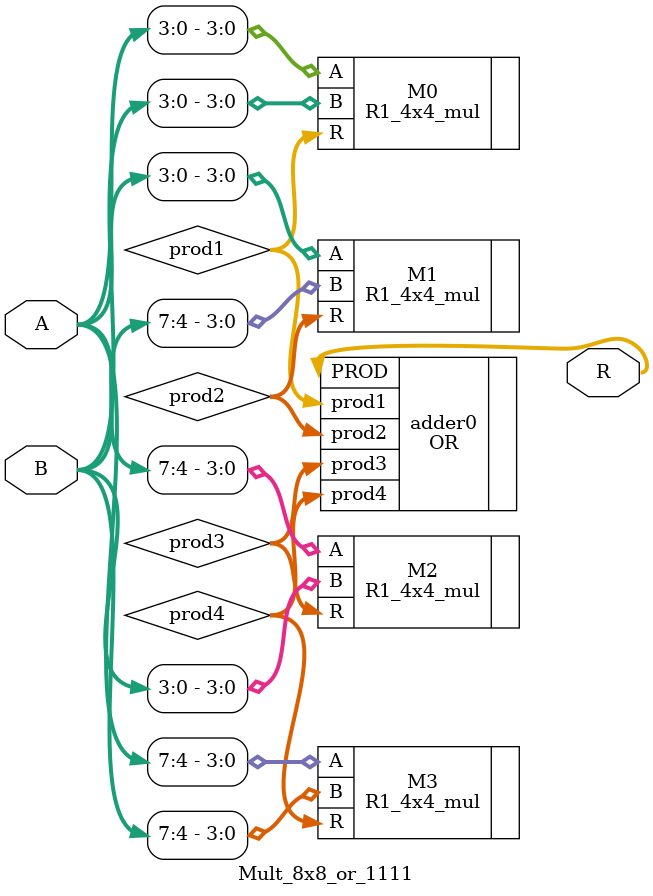
<source format=v>
module Mult_8x8_or_1111(
input [7:0] A,
input [7:0] B,
output [15:0]R
);
wire [7:0]prod1;
wire [7:0]prod2;
wire [7:0]prod3;
wire [7:0]prod4;

R1_4x4_mul M0(.A(A[3:0]),.B(B[3:0]),.R(prod1));
R1_4x4_mul M1(.A(A[3:0]),.B(B[7:4]),.R(prod2));
R1_4x4_mul M2(.A(A[7:4]),.B(B[3:0]),.R(prod3));
R1_4x4_mul M3(.A(A[7:4]),.B(B[7:4]),.R(prod4));
OR adder0(.prod1(prod1),.prod2(prod2),.prod3(prod3),.prod4(prod4),.PROD(R));
endmodule

</source>
